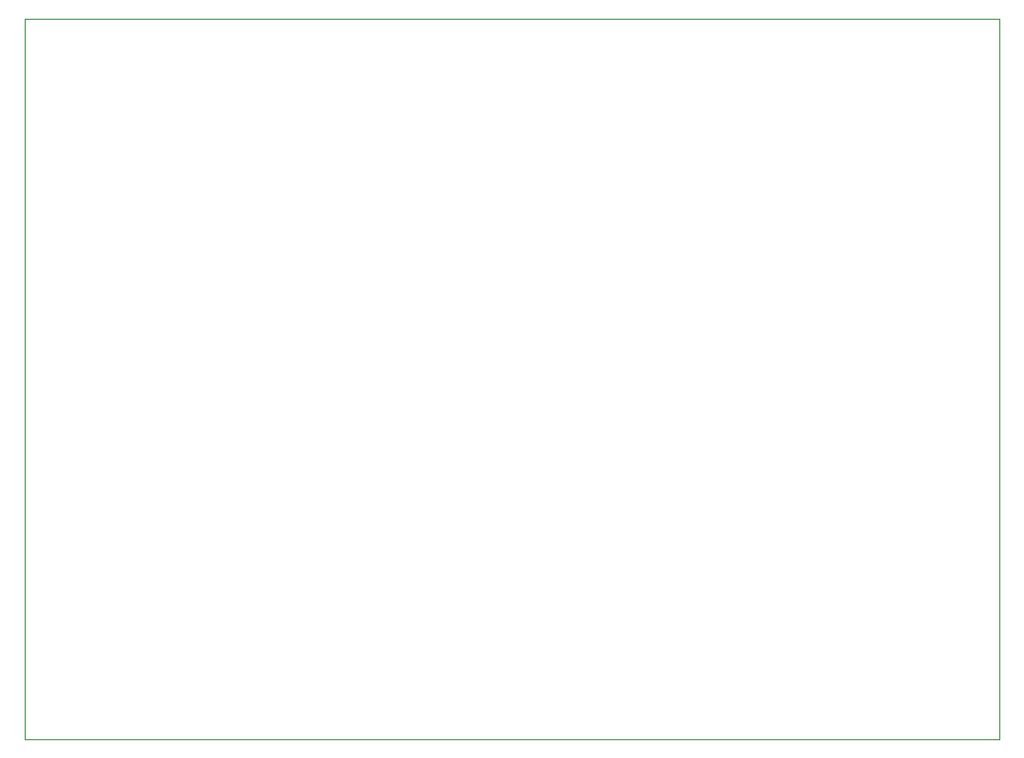
<source format=gbr>
G04 #@! TF.FileFunction,Profile,NP*
%FSLAX46Y46*%
G04 Gerber Fmt 4.6, Leading zero omitted, Abs format (unit mm)*
G04 Created by KiCad (PCBNEW (2015-07-31 BZR 6030)-product) date Fri Sep 11 12:40:14 2015*
%MOMM*%
G01*
G04 APERTURE LIST*
%ADD10C,0.100000*%
G04 APERTURE END LIST*
D10*
X172618400Y-112268000D02*
X172669200Y-112318800D01*
X172974000Y-112268000D02*
X172618400Y-112268000D01*
X173482000Y-112268000D02*
X172974000Y-112268000D01*
X173482000Y-50495200D02*
X173482000Y-112268000D01*
X89966800Y-50495200D02*
X173482000Y-50495200D01*
X89966800Y-112268000D02*
X89966800Y-50495200D01*
X172669200Y-112268000D02*
X89966800Y-112268000D01*
M02*

</source>
